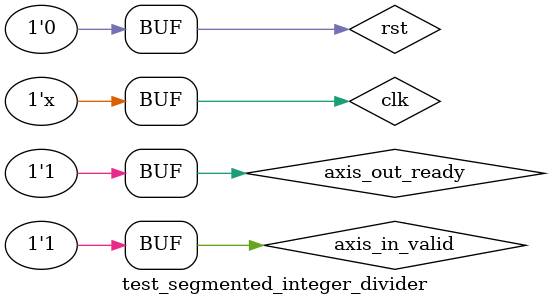
<source format=sv>
`timescale 1ns / 1ps



module test_segmented_integer_divider();

    parameter DIVIDEND_WIDTH = 5;
    parameter DIVISOR_WIDTH = 3;
    parameter FLAG_WIDTH = 10;
    
    reg clk, rst;
    
    reg [DIVIDEND_WIDTH - 1:0] axis_in_dividend;
    reg [DIVISOR_WIDTH - 1:0] axis_in_divisor;
    wire axis_in_ready;
    wire axis_in_valid;
    reg [FLAG_WIDTH - 1:0] axis_in_flags;
    
    
    wire [DIVIDEND_WIDTH - 1:0] axis_out_quotient;
    wire [DIVIDEND_WIDTH - 1:0] axis_out_remainder;
    wire axis_out_ready;
    wire axis_out_valid;
    wire [FLAG_WIDTH - 1:0] axis_out_flags;
    
    
    axis_segmented_integer_divider #(.DIVIDEND_WIDTH(DIVIDEND_WIDTH), .DIVISOR_WIDTH(DIVISOR_WIDTH), .FLAG_WIDTH(FLAG_WIDTH)) dut (
        .clk(clk), .rst(rst),
		.axis_in_dividend(axis_in_dividend),
		.axis_in_divisor(axis_in_divisor), 
		.axis_in_ready(axis_in_ready),
		.axis_in_valid(axis_in_valid),
		.axis_in_flags(axis_in_flags),
		.axis_out_quotient(axis_out_quotient),
		.axis_out_remainder(axis_out_remainder),
		.axis_out_ready(axis_out_ready),
		.axis_out_valid(axis_out_valid),
		.axis_out_flags(axis_out_flags)
    );
	   	
	
   	always #10 clk <= ~clk;
   	
   	initial begin
   	    clk <= 0;
   	    axis_in_dividend <= 0;
   	    axis_in_divisor <= 0;
   	    axis_in_flags <= 0;
   	    #5 rst <= 0;
   	    #20 rst <= 1;
   	    #400 rst <= 0;
   	end
   	
   	
   	assign axis_in_valid = 1;
   	assign axis_out_ready = 1;
   	
   	always @(posedge clk) begin
   	    axis_in_dividend <= axis_in_dividend + 1;
   	    axis_in_divisor <= axis_in_divisor + 1;
   	    axis_in_flags <= axis_in_flags + 1;
   	end

   	
endmodule

</source>
